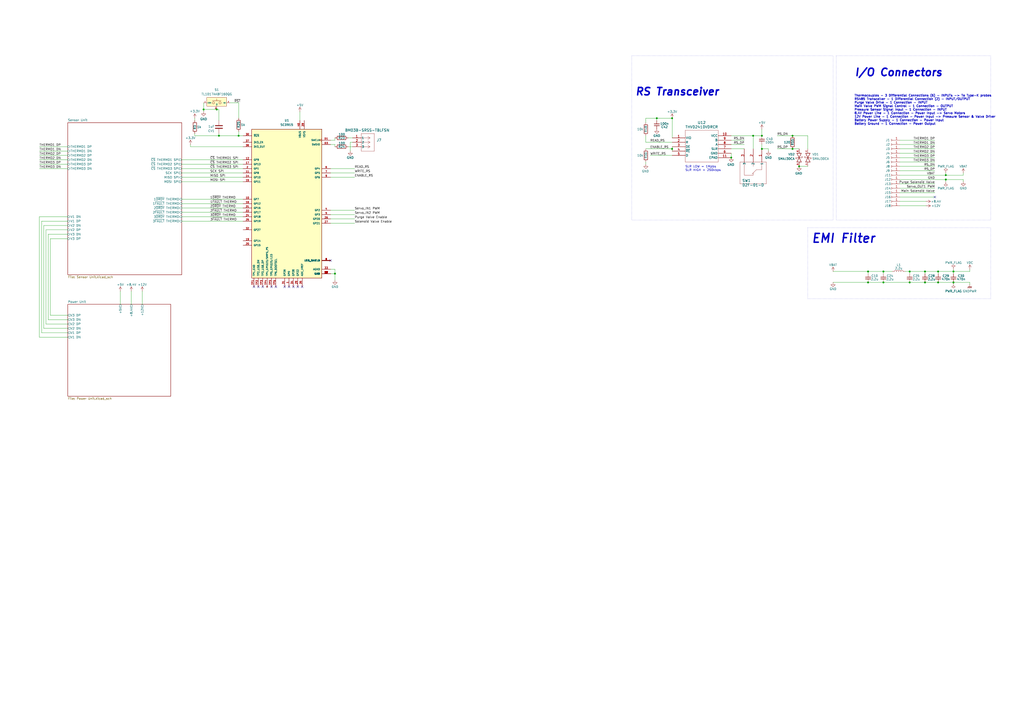
<source format=kicad_sch>
(kicad_sch (version 20250114) (generator "eeschema") (generator_version "9.0")
  (paper "A2")
  (lib_symbols
    (symbol "Connector:Conn_01x01_Socket" (pin_names (offset 1.016) (hide yes))
      (property "Reference" "J" (at 0 2.54 0))
      (property "Value" "Conn_01x01_Socket" (at 0 -2.54 0))
      (symbol "Conn_01x01_Socket_1_1"
        (polyline (pts (xy -1.27 0) (xy -0.508 0)) (stroke (width 0.1524)))
        (arc (start 0 -0.508) (mid -0.5058 0) (end 0 0.508) (stroke (width 0.1524)))
        (pin passive line (at -5.08 0 0) (length 3.81) (name "Pin_1") (number "1"))
      )
    )
    (symbol "Device:C" (pin_numbers (hide yes)) (pin_names (offset 0.254))
      (property "Reference" "C" (at 0.635 2.54 0))
      (property "Value" "C" (at 0.635 -2.54 0))
      (symbol "C_0_1"
        (polyline (pts (xy -2.032 0.762) (xy 2.032 0.762)) (stroke (width 0.508)))
        (polyline (pts (xy -2.032 -0.762) (xy 2.032 -0.762)) (stroke (width 0.508)))
      )
      (symbol "C_1_1"
        (pin passive line (at 0 3.81 270) (length 2.794) (name "~") (number "1"))
        (pin passive line (at 0 -3.81 90) (length 2.794) (name "~") (number "2"))
      )
    )
    (symbol "Device:C_Small" (pin_numbers (hide yes)) (pin_names (offset 0.254) (hide yes))
      (property "Reference" "C" (at 0.254 1.778 0))
      (property "Value" "C_Small" (at 0.254 -2.032 0))
      (symbol "C_Small_0_1"
        (polyline (pts (xy -1.524 0.508) (xy 1.524 0.508)) (stroke (width 0.3048)))
        (polyline (pts (xy -1.524 -0.508) (xy 1.524 -0.508)) (stroke (width 0.3302)))
      )
      (symbol "C_Small_1_1"
        (pin passive line (at 0 2.54 270) (length 2.032) (name "~") (number "1"))
        (pin passive line (at 0 -2.54 90) (length 2.032) (name "~") (number "2"))
      )
    )
    (symbol "Device:L" (pin_numbers (hide yes)) (pin_names (offset 1.016) (hide yes))
      (property "Reference" "L" (at -1.27 0 90))
      (property "Value" "L" (at 1.905 0 90))
      (symbol "L_0_1"
        (arc (start 0 2.54) (mid 0.6323 1.905) (end 0 1.27))
        (arc (start 0 1.27) (mid 0.6323 0.635) (end 0 0))
        (arc (start 0 0) (mid 0.6323 -0.635) (end 0 -1.27))
        (arc (start 0 -1.27) (mid 0.6323 -1.905) (end 0 -2.54))
      )
      (symbol "L_1_1"
        (pin passive line (at 0 3.81 270) (length 1.27) (name "1") (number "1"))
        (pin passive line (at 0 -3.81 90) (length 1.27) (name "2") (number "2"))
      )
    )
    (symbol "Device:R" (pin_numbers (hide yes)) (pin_names (offset 0))
      (property "Reference" "R" (at 2.032 0 90))
      (property "Value" "R" (at 0 0 90))
      (symbol "R_0_1"
        (rectangle (start -1.016 -2.54) (end 1.016 2.54) (stroke (width 0.254)))
      )
      (symbol "R_1_1"
        (pin passive line (at 0 3.81 270) (length 1.27) (name "~") (number "1"))
        (pin passive line (at 0 -3.81 90) (length 1.27) (name "~") (number "2"))
      )
    )
    (symbol "SC0915:SC0915" (pin_names (offset 1.016))
      (property "Reference" "U1" (at 0 48.26 0))
      (property "Value" "SC0915" (at 0 45.72 0))
      (symbol "SC0915_0_0"
        (rectangle (start -20.32 43.18) (end 20.32 -43.18) (stroke (width 0.254)) (fill (type background)))
        (pin input line (at -25.4 39.37 0) (length 5.08) (name "~{RUN}") (number "30"))
        (pin input line (at -25.4 35.56 0) (length 5.08) (name "3V3_EN") (number "37"))
        (pin power_in line (at -25.4 33.02 0) (length 5.08) (name "3V3_OUT") (number "36"))
        (pin bidirectional line (at -25.4 25.4 0) (length 5.08) (name "GP9") (number "12"))
        (pin bidirectional line (at -25.4 22.86 0) (length 5.08) (name "GP13") (number "17"))
        (pin bidirectional line (at -25.4 20.32 0) (length 5.08) (name "GP1") (number "2"))
        (pin bidirectional line (at -25.4 17.78 0) (length 5.08) (name "GP8") (number "11"))
        (pin bidirectional line (at -25.4 15.24 0) (length 5.08) (name "GP10") (number "14"))
        (pin bidirectional line (at -25.4 12.7 0) (length 5.08) (name "GP11") (number "15"))
        (pin bidirectional line (at -25.4 2.54 0) (length 5.08) (name "GP7") (number "10"))
        (pin bidirectional line (at -25.4 0 0) (length 5.08) (name "GP12") (number "16"))
        (pin bidirectional line (at -25.4 -2.54 0) (length 5.08) (name "GP16") (number "21"))
        (pin bidirectional line (at -25.4 -5.08 0) (length 5.08) (name "GP17") (number "22"))
        (pin bidirectional line (at -25.4 -7.62 0) (length 5.08) (name "GP18") (number "24"))
        (pin bidirectional line (at -25.4 -10.16 0) (length 5.08) (name "GP19") (number "25"))
        (pin bidirectional line (at -25.4 -15.24 0) (length 5.08) (name "GP27") (number "32"))
        (pin bidirectional line (at -25.4 -21.59 0) (length 5.08) (name "GP14") (number "19"))
        (pin bidirectional line (at -25.4 -24.13 0) (length 5.08) (name "GP15") (number "20"))
        (pin power_in line (at -19.05 -48.26 90) (length 5.08) (name "TP1_GND") (number "TP1"))
        (pin bidirectional line (at -16.51 -48.26 90) (length 5.08) (name "TP2_USB_DM") (number "TP2"))
        (pin bidirectional line (at -13.97 -48.26 90) (length 5.08) (name "TP3_USB_DP") (number "TP3"))
        (pin no_connect line (at -11.43 -48.26 90) (length 5.08) (name "TP4_GPIO23/SMPS_PS") (number "TP4"))
        (pin output line (at -8.89 -48.26 90) (length 5.08) (name "TP5_GPIO25/LED") (number "TP5"))
        (pin input line (at -6.35 -48.26 90) (length 5.08) (name "TP6_BOOTSEL") (number "TP6"))
        (pin bidirectional line (at -1.27 -48.26 90) (length 5.08) (name "GP26") (number "31"))
        (pin bidirectional line (at 1.27 -48.26 90) (length 5.08) (name "GP0") (number "1"))
        (pin bidirectional line (at 3.81 -48.26 90) (length 5.08) (name "GP28") (number "34"))
        (pin bidirectional line (at 6.35 -48.26 90) (length 5.08) (name "GP22") (number "29"))
        (pin power_in line (at 7.62 48.26 270) (length 5.08) (name "VBUS") (number "40"))
        (pin power_in line (at 8.89 -48.26 90) (length 5.08) (name "ADC_VREF") (number "35"))
        (pin power_in line (at 10.16 48.26 270) (length 5.08) (name "VSYS") (number "39"))
        (pin input clock (at 25.4 36.83 180) (length 5.08) (name "SWCLK") (number "D1"))
        (pin bidirectional line (at 25.4 34.29 180) (length 5.08) (name "SWDIO") (number "D3"))
        (pin bidirectional line (at 25.4 20.32 180) (length 5.08) (name "GP4") (number "6"))
        (pin bidirectional line (at 25.4 17.78 180) (length 5.08) (name "GP5") (number "7"))
        (pin bidirectional line (at 25.4 15.24 180) (length 5.08) (name "GP6") (number "9"))
        (pin bidirectional line (at 25.4 -3.81 180) (length 5.08) (name "GP2") (number "4"))
        (pin bidirectional line (at 25.4 -6.35 180) (length 5.08) (name "GP3") (number "5"))
        (pin bidirectional line (at 25.4 -8.89 180) (length 5.08) (name "GP20") (number "26"))
        (pin bidirectional line (at 25.4 -11.43 180) (length 5.08) (name "GP21") (number "27"))
        (pin power_in line (at 25.4 -33.02 180) (length 5.08) (name "USB_SHIELD") (number "A"))
        (pin power_in line (at 25.4 -33.02 180) (length 5.08) (name "USB_SHIELD") (number "B"))
        (pin power_in line (at 25.4 -33.02 180) (length 5.08) (name "USB_SHIELD") (number "C"))
        (pin power_in line (at 25.4 -33.02 180) (length 5.08) (name "USB_SHIELD") (number "D"))
        (pin power_in line (at 25.4 -38.1 180) (length 5.08) (name "AGND") (number "33"))
        (pin power_in line (at 25.4 -40.64 180) (length 5.08) (name "GND") (number "13"))
        (pin power_in line (at 25.4 -40.64 180) (length 5.08) (name "GND") (number "18"))
        (pin power_in line (at 25.4 -40.64 180) (length 5.08) (name "GND") (number "23"))
        (pin power_in line (at 25.4 -40.64 180) (length 5.08) (name "GND") (number "28"))
        (pin power_in line (at 25.4 -40.64 180) (length 5.08) (name "GND") (number "3"))
        (pin power_in line (at 25.4 -40.64 180) (length 5.08) (name "GND") (number "38"))
        (pin power_in line (at 25.4 -40.64 180) (length 5.08) (name "GND") (number "8"))
        (pin power_in line (at 25.4 -40.64 180) (length 5.08) (name "GND") (number "D2"))
      )
    )
    (symbol "SMAJ30CA:SMAJ30CA" (pin_names (offset 1.016))
      (property "Reference" "VD" (at 0 2.286 0))
      (property "Value" "SMAJ30CA" (at -2.794 -4.318 0))
      (symbol "SMAJ30CA_0_0"
        (polyline (pts (xy -1.27 -1.27) (xy 3.81 1.27)) (stroke (width 0.254)))
        (polyline (pts (xy 3.81 -1.27) (xy -1.27 1.27)) (stroke (width 0.254)))
        (pin passive line (at -3.81 0 0) (length 2.54) (name "~") (number "A"))
        (pin passive line (at 6.35 0 180) (length 2.54) (name "~") (number "K"))
      )
      (symbol "SMAJ30CA_0_1"
        (polyline (pts (xy -1.27 1.27) (xy -1.27 -1.27)) (stroke (width 0.254)))
        (polyline (pts (xy 0.635 -1.27) (xy 0.635 -1.905) (xy 1.27 -1.905) (xy 1.27 1.905) (xy 1.905 1.905) (xy 1.905 1.27)))
        (polyline (pts (xy 3.81 1.27) (xy 3.81 -1.27)) (stroke (width 0.254)))
      )
    )
    (symbol "SWD_Con:BM03B-SRSS-TBLFSN" (pin_names (offset 0.254))
      (property "Reference" "J" (at 8.89 6.35 0))
      (property "Value" "BM03B-SRSS-TBLFSN" (at 0 0 0))
      (symbol "BM03B-SRSS-TBLFSN_1_1"
        (polyline (pts (xy 5.08 2.54) (xy 5.08 -7.62)) (stroke (width 0.127)))
        (polyline (pts (xy 5.08 -7.62) (xy 12.7 -7.62)) (stroke (width 0.127)))
        (polyline (pts (xy 10.16 0) (xy 5.08 0)) (stroke (width 0.127)))
        (polyline (pts (xy 10.16 0) (xy 8.89 0.8467)) (stroke (width 0.127)))
        (polyline (pts (xy 10.16 0) (xy 8.89 -0.8467)) (stroke (width 0.127)))
        (polyline (pts (xy 10.16 -2.54) (xy 5.08 -2.54)) (stroke (width 0.127)))
        (polyline (pts (xy 10.16 -2.54) (xy 8.89 -1.6933)) (stroke (width 0.127)))
        (polyline (pts (xy 10.16 -2.54) (xy 8.89 -3.3867)) (stroke (width 0.127)))
        (polyline (pts (xy 10.16 -5.08) (xy 5.08 -5.08)) (stroke (width 0.127)))
        (polyline (pts (xy 10.16 -5.08) (xy 8.89 -4.2333)) (stroke (width 0.127)))
        (polyline (pts (xy 10.16 -5.08) (xy 8.89 -5.9267)) (stroke (width 0.127)))
        (polyline (pts (xy 12.7 2.54) (xy 5.08 2.54)) (stroke (width 0.127)))
        (polyline (pts (xy 12.7 -7.62) (xy 12.7 2.54)) (stroke (width 0.127)))
        (pin passive line (at 0 0 0) (length 5.08) (name "1") (number "1"))
        (pin passive line (at 0 -2.54 0) (length 5.08) (name "2") (number "2"))
        (pin passive line (at 0 -5.08 0) (length 5.08) (name "3") (number "3"))
      )
      (symbol "BM03B-SRSS-TBLFSN_1_2"
        (polyline (pts (xy 5.08 2.54) (xy 5.08 -7.62)) (stroke (width 0.127)))
        (polyline (pts (xy 5.08 -7.62) (xy 12.7 -7.62)) (stroke (width 0.127)))
        (polyline (pts (xy 7.62 0) (xy 5.08 0)) (stroke (width 0.127)))
        (polyline (pts (xy 7.62 0) (xy 8.89 0.8467)) (stroke (width 0.127)))
        (polyline (pts (xy 7.62 0) (xy 8.89 -0.8467)) (stroke (width 0.127)))
        (polyline (pts (xy 7.62 -2.54) (xy 5.08 -2.54)) (stroke (width 0.127)))
        (polyline (pts (xy 7.62 -2.54) (xy 8.89 -1.6933)) (stroke (width 0.127)))
        (polyline (pts (xy 7.62 -2.54) (xy 8.89 -3.3867)) (stroke (width 0.127)))
        (polyline (pts (xy 7.62 -5.08) (xy 5.08 -5.08)) (stroke (width 0.127)))
        (polyline (pts (xy 7.62 -5.08) (xy 8.89 -4.2333)) (stroke (width 0.127)))
        (polyline (pts (xy 7.62 -5.08) (xy 8.89 -5.9267)) (stroke (width 0.127)))
        (polyline (pts (xy 12.7 2.54) (xy 5.08 2.54)) (stroke (width 0.127)))
        (polyline (pts (xy 12.7 -7.62) (xy 12.7 2.54)) (stroke (width 0.127)))
        (pin passive line (at 0 0 0) (length 5.08) (name "1") (number "1"))
        (pin passive line (at 0 -2.54 0) (length 5.08) (name "2") (number "2"))
        (pin passive line (at 0 -5.08 0) (length 5.08) (name "3") (number "3"))
      )
    )
    (symbol "Switch_D2F-01:D2F-01-D" (pin_names (offset 0.254))
      (property "Reference" "SW" (at 15.24 7.62 0))
      (property "Value" "D2F-01-D" (at 20.32 5.08 0))
      (symbol "D2F-01-D_0_1"
        (polyline (pts (xy 7.62 2.54) (xy 7.62 -12.7)) (stroke (width 0.127)))
        (polyline (pts (xy 7.62 0) (xy 12.065 0)) (stroke (width 0.127)))
        (polyline (pts (xy 7.62 -5.08) (xy 10.16 -5.08)) (stroke (width 0.127)))
        (polyline (pts (xy 7.62 -10.16) (xy 15.24 -10.16)) (stroke (width 0.127)))
        (polyline (pts (xy 7.62 -12.7) (xy 20.32 -12.7)) (stroke (width 0.127)))
        (polyline (pts (xy 12.065 0) (xy 12.065 -3.175)) (stroke (width 0.127)))
        (polyline (pts (xy 12.065 -3.175) (xy 14.605 -5.715)) (stroke (width 0.127)))
        (polyline (pts (xy 15.24 -5.08) (xy 13.97 -5.08)) (stroke (width 0.127)))
        (polyline (pts (xy 15.24 -5.08) (xy 15.24 -10.16)) (stroke (width 0.127)))
        (polyline (pts (xy 20.32 2.54) (xy 7.62 2.54)) (stroke (width 0.127)))
        (polyline (pts (xy 20.32 -12.7) (xy 20.32 2.54)) (stroke (width 0.127)))
        (pin passive line (at 0 0 0) (length 7.62) (name "1") (number "1"))
        (pin passive line (at 0 -5.08 0) (length 7.62) (name "2") (number "2"))
        (pin passive line (at 0 -10.16 0) (length 7.62) (name "3") (number "3"))
      )
    )
    (symbol "THVD2410VDRCR:THVD2410VDRCR" (pin_names (offset 0.254))
      (property "Reference" "U" (at 5.842 10.668 0))
      (property "Value" "THVD2410VDRCR" (at 5.842 8.128 0))
      (symbol "THVD2410VDRCR_0_1"
        (polyline (pts (xy -3.81 6.985) (xy -3.81 -11.43)) (stroke (width 0.127)))
        (polyline (pts (xy -3.81 -11.43) (xy 15.24 -11.43)) (stroke (width 0.127)))
        (polyline (pts (xy 15.24 6.985) (xy -3.81 6.985)) (stroke (width 0.127)))
        (polyline (pts (xy 15.24 -11.43) (xy 15.24 6.985)) (stroke (width 0.127)))
      )
      (symbol "THVD2410VDRCR_1_1"
        (pin power_in line (at -11.43 2.54 0) (length 7.62) (name "VIO") (number "1"))
        (pin output line (at -11.43 0 0) (length 7.62) (name "R") (number "2"))
        (pin input line (at -11.43 -2.54 0) (length 7.62) (name "DE") (number "3"))
        (pin input line (at -11.43 -5.08 0) (length 7.62) (name "~{RE}") (number "4"))
        (pin input line (at -11.43 -7.62 0) (length 7.62) (name "D") (number "5"))
        (pin power_in line (at 22.86 3.81 180) (length 7.62) (name "VCC") (number "10"))
        (pin bidirectional line (at 22.86 1.27 180) (length 7.62) (name "B") (number "9"))
        (pin bidirectional line (at 22.86 -1.27 180) (length 7.62) (name "A") (number "8"))
        (pin input line (at 22.86 -3.81 180) (length 7.62) (name "SLR") (number "7"))
        (pin power_out line (at 22.86 -6.35 180) (length 7.62) (name "GND") (number "6"))
        (pin power_out line (at 22.86 -8.89 180) (length 7.62) (name "EPAD") (number "11"))
      )
    )
    (symbol "TL1017AABF160QG:TL1017AABF160QG"
      (property "Reference" "S" (at 0.762 14.732 0))
      (property "Value" "TL1017AABF160QG" (at 0.762 12.192 0))
      (symbol "TL1017AABF160QG_0_1"
        (polyline (pts (xy 6.35 5.08) (xy 11.43 5.08)))
        (circle (center 6.985 3.81) (radius 0.635))
        (polyline (pts (xy 8.89 5.08) (xy 8.89 6.35)))
        (circle (center 10.795 3.81) (radius 0.635))
      )
      (symbol "TL1017AABF160QG_1_1"
        (rectangle (start 3.175 6.985) (end 14.605 1.905) (fill (type background)))
        (pin passive line (at 1.27 3.81 0) (length 1.778) (name "COM") (number "1"))
        (pin passive line (at 8.89 0 90) (length 1.778) (name "G1") (number "G1"))
        (pin passive line (at 16.51 3.81 180) (length 1.778) (name "NO") (number "2"))
      )
    )
    (symbol "power:+24V" (power) (pin_numbers (hide yes)) (pin_names (offset 0) (hide yes))
      (property "Value" "+24V" (at 0 3.556 0))
      (symbol "+24V_0_1"
        (polyline (pts (xy -0.762 1.27) (xy 0 2.54)))
        (polyline (pts (xy 0 2.54) (xy 0.762 1.27)))
        (polyline (pts (xy 0 0) (xy 0 2.54)))
      )
      (symbol "+24V_1_1"
        (pin power_in line (at 0 0 90) (length 0) (name "~") (number "1"))
      )
    )
    (symbol "power:+3.3V" (power) (pin_numbers (hide yes)) (pin_names (offset 0) (hide yes))
      (property "Value" "+3.3V" (at 0 3.556 0))
      (symbol "+3.3V_0_1"
        (polyline (pts (xy -0.762 1.27) (xy 0 2.54)))
        (polyline (pts (xy 0 2.54) (xy 0.762 1.27)))
        (polyline (pts (xy 0 0) (xy 0 2.54)))
      )
      (symbol "+3.3V_1_1"
        (pin power_in line (at 0 0 90) (length 0) (name "~") (number "1"))
      )
    )
    (symbol "power:+5V" (power) (pin_numbers (hide yes)) (pin_names (offset 0) (hide yes))
      (property "Value" "+5V" (at 0 3.556 0))
      (symbol "+5V_0_1"
        (polyline (pts (xy -0.762 1.27) (xy 0 2.54)))
        (polyline (pts (xy 0 2.54) (xy 0.762 1.27)))
        (polyline (pts (xy 0 0) (xy 0 2.54)))
      )
      (symbol "+5V_1_1"
        (pin power_in line (at 0 0 90) (length 0) (name "~") (number "1"))
      )
    )
    (symbol "power:GND" (power) (pin_numbers (hide yes)) (pin_names (offset 0) (hide yes))
      (property "Value" "GND" (at 0 -3.81 0))
      (symbol "GND_0_1"
        (polyline (pts (xy 0 0) (xy 0 -1.27) (xy 1.27 -1.27) (xy 0 -2.54) (xy -1.27 -1.27) (xy 0 -1.27)))
      )
      (symbol "GND_1_1"
        (pin power_in line (at 0 0 270) (length 0) (name "~") (number "1"))
      )
    )
    (symbol "power:GNDPWR" (power) (pin_numbers (hide yes)) (pin_names (offset 0) (hide yes))
      (property "Value" "GNDPWR" (at 0 -3.302 0))
      (symbol "GNDPWR_0_1"
        (polyline (pts (xy -1.016 -1.27) (xy -1.27 -2.032) (xy -1.27 -2.032)) (stroke (width 0.2032)))
        (polyline (pts (xy -0.508 -1.27) (xy -0.762 -2.032) (xy -0.762 -2.032)) (stroke (width 0.2032)))
        (polyline (pts (xy 0 -1.27) (xy 0 0)))
        (polyline (pts (xy 0 -1.27) (xy -0.254 -2.032) (xy -0.254 -2.032)) (stroke (width 0.2032)))
        (polyline (pts (xy 0.508 -1.27) (xy 0.254 -2.032) (xy 0.254 -2.032)) (stroke (width 0.2032)))
        (polyline (pts (xy 1.016 -1.27) (xy -1.016 -1.27) (xy -1.016 -1.27)) (stroke (width 0.2032)))
        (polyline (pts (xy 1.016 -1.27) (xy 0.762 -2.032) (xy 0.762 -2.032) (xy 0.762 -2.032)) (stroke (width 0.2032)))
      )
      (symbol "GNDPWR_1_1"
        (pin power_in line (at 0 0 270) (length 0) (name "~") (number "1"))
      )
    )
    (symbol "power:PWR_FLAG" (power) (pin_numbers (hide yes)) (pin_names (offset 0) (hide yes))
      (property "Value" "PWR_FLAG" (at 0 3.81 0))
      (symbol "PWR_FLAG_0_0"
        (pin power_out line (at 0 0 90) (length 0) (name "~") (number "1"))
      )
      (symbol "PWR_FLAG_0_1"
        (polyline (pts (xy 0 0) (xy 0 1.27) (xy -1.016 1.905) (xy 0 2.54) (xy 1.016 1.905) (xy 0 1.27)))
      )
    )
    (symbol "power:VBUS" (power) (pin_numbers (hide yes)) (pin_names (offset 0) (hide yes))
      (property "Value" "VBUS" (at 0 3.556 0))
      (symbol "VBUS_0_1"
        (polyline (pts (xy -0.762 1.27) (xy 0 2.54)))
        (polyline (pts (xy 0 2.54) (xy 0.762 1.27)))
        (polyline (pts (xy 0 0) (xy 0 2.54)))
      )
      (symbol "VBUS_1_1"
        (pin power_in line (at 0 0 90) (length 0) (name "~") (number "1"))
      )
    )
  )
  (rectangle (start 468.63 132.08) (end 574.675 173.355) (stroke (width 0) (type dot)))
  (rectangle (start 366.395 32.385) (end 483.235 127.635) (stroke (width 0) (type dot)))
  (rectangle (start 485.14 32.385) (end 574.675 127.635) (stroke (width 0) (type dot)))
  (text "SLR LOW = 1Mpbs\nSLR HIGH = 250kbps\n" (at 397.51 97.79 0) (effects (font (size 1.27 1.27)) (justify left)))
  (text "EMI Filter" (at 470.535 138.43 0) (effects (font (size 5.08 5.08) (thickness 0.8636) (bold yes) (italic yes)) (justify left)))
  (text "Thermocouples - 3 Differential Connections (6) - INPUTs -> To Type-K probes\nRS485 Transceiver - 1 Differential Connection (2) - INPUT/OUTPUT \nPurge Valve Drive - 1 Connection - INPUT\nMain Valve PWM Signal Control - 1 Connection - OUTPUT\nPressure Sensor Signal Input - 1 Connection - INPUT\n8.4V Power Line - 1 Connection - Power Input -> Servo Motors\n12V Power Line - 1 Connection - Power Input -> Pressure Sensor & Valve Driver\nBattery Power Supply - 1 Connection - Power Input\nBattery Ground - 1 Connection - Power Output" (at 495.554 63.754 0) (effects (font (size 1.27 1.27) (thickness 0.254) (bold yes)) (justify left)))
  (text "I/O Connectors" (at 495.554 42.164 0) (effects (font (size 4.318 4.318) (thickness 0.8636) (bold yes) (italic yes)) (justify left)))
  (text "RS Transceiver" (at 368.3 53.34 0) (effects (font (size 4.318 4.318) (thickness 0.8636) (bold yes) (italic yes)) (justify left)))
  (junction (at 512.445 157.48))
  (junction (at 544.195 163.83))
  (junction (at 527.685 163.83))
  (junction (at 441.96 78.74))
  (junction (at 459.74 86.36))
  (junction (at 381 68.58))
  (junction (at 389.89 86.36))
  (junction (at 127 78.74))
  (junction (at 441.96 86.36))
  (junction (at 463.55 96.52))
  (junction (at 536.575 157.48))
  (junction (at 194.31 158.75))
  (junction (at 548.64 101.6))
  (junction (at 512.445 163.83))
  (junction (at 138.43 78.74))
  (junction (at 459.74 78.74))
  (junction (at 544.195 157.48))
  (junction (at 527.685 157.48))
  (junction (at 125.73 63.5))
  (junction (at 424.18 91.44))
  (junction (at 503.555 163.83))
  (junction (at 389.89 68.58))
  (junction (at 553.085 163.83))
  (junction (at 536.575 163.83))
  (junction (at 436.88 78.74))
  (junction (at 548.64 104.14))
  (junction (at 553.085 157.48))
  (junction (at 118.11 63.5))
  (junction (at 503.555 157.48))
  (no_connect (at 160.02 166.37))
  (no_connect (at 149.86 166.37))
  (no_connect (at 172.72 166.37))
  (no_connect (at 167.64 166.37))
  (no_connect (at 170.18 166.37))
  (no_connect (at 165.1 166.37))
  (no_connect (at 175.26 166.37))
  (no_connect (at 191.77 151.13))
  (no_connect (at 542.29 114.3))
  (no_connect (at 152.4 166.37))
  (no_connect (at 147.32 166.37))
  (no_connect (at 157.48 166.37))
  (wire (pts (xy 22.86 95.25) (xy 39.37 95.25)))
  (wire (pts (xy 459.74 78.74) (xy 468.63 78.74)))
  (wire (pts (xy 22.86 125.73) (xy 39.37 125.73)))
  (wire (pts (xy 204.47 80.01) (xy 201.93 80.01)))
  (wire (pts (xy 22.86 195.58) (xy 22.86 125.73)))
  (wire (pts (xy 22.86 87.63) (xy 39.37 87.63)))
  (wire (pts (xy 558.8 100.33) (xy 558.8 101.6)))
  (wire (pts (xy 39.37 195.58) (xy 22.86 195.58)))
  (wire (pts (xy 381 68.58) (xy 381 69.85)))
  (wire (pts (xy 22.86 85.09) (xy 39.37 85.09)))
  (wire (pts (xy 191.77 97.79) (xy 205.74 97.79)))
  (wire (pts (xy 424.18 81.28) (xy 431.8 81.28)))
  (wire (pts (xy 194.31 85.09) (xy 194.31 83.82)))
  (wire (pts (xy 389.89 86.36) (xy 389.89 87.63)))
  (wire (pts (xy 127 63.5) (xy 127 69.85)))
  (wire (pts (xy 521.97 104.14) (xy 548.64 104.14)))
  (wire (pts (xy 468.63 78.74) (xy 468.63 86.36)))
  (wire (pts (xy 377.19 90.17) (xy 389.89 90.17)))
  (wire (pts (xy 194.31 156.21) (xy 194.31 158.75)))
  (wire (pts (xy 450.85 86.36) (xy 459.74 86.36)))
  (wire (pts (xy 553.085 156.21) (xy 553.085 157.48)))
  (wire (pts (xy 374.65 86.36) (xy 389.89 86.36)))
  (wire (pts (xy 521.97 109.22) (xy 542.29 109.22)))
  (wire (pts (xy 191.77 127) (xy 205.74 127)))
  (wire (pts (xy 29.21 182.88) (xy 39.37 182.88)))
  (wire (pts (xy 527.685 157.48) (xy 527.685 158.75)))
  (wire (pts (xy 24.13 193.04) (xy 24.13 128.27)))
  (wire (pts (xy 113.03 68.58) (xy 113.03 69.85)))
  (wire (pts (xy 542.29 86.36) (xy 521.97 86.36)))
  (wire (pts (xy 512.445 157.48) (xy 512.445 158.75)))
  (wire (pts (xy 25.4 190.5) (xy 25.4 130.81)))
  (wire (pts (xy 173.99 64.77) (xy 173.99 69.85)))
  (wire (pts (xy 389.89 85.09) (xy 389.89 86.36)))
  (wire (pts (xy 27.94 135.89) (xy 39.37 135.89)))
  (wire (pts (xy 553.085 163.83) (xy 553.085 164.465)))
  (wire (pts (xy 105.41 118.11) (xy 140.97 118.11)))
  (wire (pts (xy 536.575 157.48) (xy 544.195 157.48)))
  (wire (pts (xy 374.65 82.55) (xy 389.89 82.55)))
  (wire (pts (xy 542.29 81.28) (xy 521.97 81.28)))
  (wire (pts (xy 483.235 163.83) (xy 503.555 163.83)))
  (wire (pts (xy 542.29 88.9) (xy 521.97 88.9)))
  (wire (pts (xy 105.41 97.79) (xy 140.97 97.79)))
  (wire (pts (xy 127 78.74) (xy 113.03 78.74)))
  (wire (pts (xy 527.685 163.83) (xy 536.575 163.83)))
  (wire (pts (xy 503.555 157.48) (xy 512.445 157.48)))
  (wire (pts (xy 445.77 86.36) (xy 445.77 87.63)))
  (wire (pts (xy 105.41 95.25) (xy 140.97 95.25)))
  (wire (pts (xy 140.97 85.09) (xy 110.49 85.09)))
  (wire (pts (xy 544.195 157.48) (xy 553.085 157.48)))
  (wire (pts (xy 105.41 92.71) (xy 140.97 92.71)))
  (wire (pts (xy 381 68.58) (xy 389.89 68.58)))
  (wire (pts (xy 39.37 190.5) (xy 25.4 190.5)))
  (wire (pts (xy 483.235 157.48) (xy 503.555 157.48)))
  (wire (pts (xy 441.96 83.82) (xy 441.96 86.36)))
  (wire (pts (xy 544.195 163.83) (xy 553.085 163.83)))
  (wire (pts (xy 105.41 128.27) (xy 140.97 128.27)))
  (wire (pts (xy 205.74 102.87) (xy 191.77 102.87)))
  (wire (pts (xy 463.55 96.52) (xy 468.63 96.52)))
  (wire (pts (xy 105.41 105.41) (xy 140.97 105.41)))
  (wire (pts (xy 125.73 63.5) (xy 118.11 63.5)))
  (wire (pts (xy 536.575 157.48) (xy 536.575 158.75)))
  (wire (pts (xy 441.96 74.93) (xy 441.96 78.74)))
  (wire (pts (xy 29.21 138.43) (xy 29.21 182.88)))
  (wire (pts (xy 548.64 101.6) (xy 558.8 101.6)))
  (wire (pts (xy 204.47 82.55) (xy 203.2 82.55)))
  (wire (pts (xy 138.43 59.69) (xy 138.43 68.58)))
  (wire (pts (xy 204.47 85.09) (xy 201.93 85.09)))
  (wire (pts (xy 105.41 123.19) (xy 140.97 123.19)))
  (wire (pts (xy 26.67 187.96) (xy 26.67 133.35)))
  (wire (pts (xy 22.86 92.71) (xy 39.37 92.71)))
  (wire (pts (xy 138.43 78.74) (xy 140.97 78.74)))
  (wire (pts (xy 110.49 83.82) (xy 110.49 85.09)))
  (wire (pts (xy 105.41 120.65) (xy 140.97 120.65)))
  (wire (pts (xy 512.445 157.48) (xy 517.525 157.48)))
  (wire (pts (xy 194.31 83.82) (xy 191.77 83.82)))
  (wire (pts (xy 436.88 78.74) (xy 441.96 78.74)))
  (wire (pts (xy 105.41 125.73) (xy 140.97 125.73)))
  (wire (pts (xy 459.74 86.36) (xy 463.55 86.36)))
  (wire (pts (xy 536.575 163.83) (xy 544.195 163.83)))
  (wire (pts (xy 194.31 81.28) (xy 194.31 80.01)))
  (wire (pts (xy 424.18 88.9) (xy 424.18 91.44)))
  (wire (pts (xy 544.195 157.48) (xy 544.195 158.75)))
  (wire (pts (xy 191.77 129.54) (xy 205.74 129.54)))
  (wire (pts (xy 424.18 78.74) (xy 436.88 78.74)))
  (wire (pts (xy 548.64 100.33) (xy 548.64 101.6)))
  (wire (pts (xy 118.11 59.69) (xy 118.11 63.5)))
  (wire (pts (xy 27.94 185.42) (xy 27.94 135.89)))
  (wire (pts (xy 105.41 102.87) (xy 140.97 102.87)))
  (wire (pts (xy 39.37 187.96) (xy 26.67 187.96)))
  (wire (pts (xy 374.65 93.98) (xy 374.65 95.25)))
  (wire (pts (xy 450.85 78.74) (xy 459.74 78.74)))
  (wire (pts (xy 39.37 185.42) (xy 27.94 185.42)))
  (wire (pts (xy 553.085 157.48) (xy 562.61 157.48)))
  (wire (pts (xy 503.555 157.48) (xy 503.555 158.75)))
  (wire (pts (xy 436.88 78.74) (xy 436.88 86.36)))
  (wire (pts (xy 138.43 76.2) (xy 138.43 78.74)))
  (wire (pts (xy 424.18 86.36) (xy 431.8 86.36)))
  (wire (pts (xy 26.67 133.35) (xy 39.37 133.35)))
  (wire (pts (xy 82.55 168.91) (xy 82.55 176.53)))
  (wire (pts (xy 133.35 59.69) (xy 138.43 59.69)))
  (wire (pts (xy 521.97 114.3) (xy 542.29 114.3)))
  (wire (pts (xy 521.97 119.38) (xy 537.21 119.38)))
  (wire (pts (xy 203.2 82.55) (xy 203.2 87.63)))
  (wire (pts (xy 113.03 78.74) (xy 113.03 77.47)))
  (wire (pts (xy 521.97 101.6) (xy 548.64 101.6)))
  (wire (pts (xy 105.41 100.33) (xy 140.97 100.33)))
  (wire (pts (xy 374.65 78.74) (xy 374.65 82.55)))
  (wire (pts (xy 191.77 100.33) (xy 205.74 100.33)))
  (wire (pts (xy 553.085 163.83) (xy 562.61 163.83)))
  (wire (pts (xy 118.11 63.5) (xy 118.11 64.77)))
  (wire (pts (xy 127 63.5) (xy 125.73 63.5)))
  (wire (pts (xy 525.145 157.48) (xy 527.685 157.48)))
  (wire (pts (xy 424.18 83.82) (xy 431.8 83.82)))
  (wire (pts (xy 191.77 121.92) (xy 205.74 121.92)))
  (wire (pts (xy 562.61 156.21) (xy 562.61 157.48)))
  (wire (pts (xy 512.445 163.83) (xy 527.685 163.83)))
  (wire (pts (xy 374.65 68.58) (xy 374.65 71.12)))
  (wire (pts (xy 548.64 104.14) (xy 548.64 105.41)))
  (wire (pts (xy 127 78.74) (xy 127 77.47)))
  (wire (pts (xy 553.085 157.48) (xy 553.085 158.75)))
  (wire (pts (xy 191.77 158.75) (xy 194.31 158.75)))
  (wire (pts (xy 562.61 163.83) (xy 562.61 165.1)))
  (wire (pts (xy 521.97 116.84) (xy 537.21 116.84)))
  (wire (pts (xy 39.37 193.04) (xy 24.13 193.04)))
  (wire (pts (xy 22.86 90.17) (xy 39.37 90.17)))
  (wire (pts (xy 194.31 81.28) (xy 191.77 81.28)))
  (wire (pts (xy 542.29 93.98) (xy 521.97 93.98)))
  (wire (pts (xy 521.97 99.06) (xy 542.29 99.06)))
  (wire (pts (xy 521.97 96.52) (xy 542.29 96.52)))
  (wire (pts (xy 191.77 124.46) (xy 205.74 124.46)))
  (wire (pts (xy 105.41 115.57) (xy 140.97 115.57)))
  (wire (pts (xy 527.685 157.48) (xy 536.575 157.48)))
  (wire (pts (xy 521.97 106.68) (xy 542.29 106.68)))
  (wire (pts (xy 441.96 86.36) (xy 445.77 86.36)))
  (wire (pts (xy 194.31 158.75) (xy 194.31 162.56)))
  (wire (pts (xy 389.89 68.58) (xy 389.89 80.01)))
  (wire (pts (xy 127 78.74) (xy 138.43 78.74)))
  (wire (pts (xy 548.64 104.14) (xy 558.8 104.14)))
  (wire (pts (xy 69.85 168.91) (xy 69.85 176.53)))
  (wire (pts (xy 521.97 91.44) (xy 542.29 91.44)))
  (wire (pts (xy 25.4 130.81) (xy 39.37 130.81)))
  (wire (pts (xy 558.8 104.14) (xy 558.8 105.41)))
  (wire (pts (xy 24.13 128.27) (xy 39.37 128.27)))
  (wire (pts (xy 503.555 163.83) (xy 512.445 163.83)))
  (wire (pts (xy 39.37 138.43) (xy 29.21 138.43)))
  (wire (pts (xy 191.77 156.21) (xy 194.31 156.21)))
  (wire (pts (xy 542.29 83.82) (xy 521.97 83.82)))
  (wire (pts (xy 76.2 168.91) (xy 76.2 176.53)))
  (wire (pts (xy 374.65 68.58) (xy 381 68.58)))
  (wire (pts (xy 521.97 111.76) (xy 542.29 111.76)))
  (wire (pts (xy 22.86 97.79) (xy 39.37 97.79)))
  (label "RS_DP" (at 450.85 86.36 0))
  (label "THERMO3 DP" (at 542.29 91.44 180))
  (label "SCK SPI" (at 121.92 100.33 0))
  (label "MISO SPI" (at 121.92 102.87 0))
  (label "Main Solenoid Valve" (at 542.29 111.76 180))
  (label "READ_RS" (at 205.74 97.79 0))
  (label "ENABLE_RS" (at 205.74 102.87 0))
  (label "2~{DRDY} THERMO" (at 121.92 120.65 0))
  (label "3~{FAULT} THERMO" (at 121.92 128.27 0))
  (label "3~{DRDY} THERMO" (at 121.92 125.73 0))
  (label "RS_DN" (at 450.85 78.74 0))
  (label "THERMO2 DN" (at 22.86 92.71 0))
  (label "~{CS} THERMO1 SPI" (at 121.92 92.71 0))
  (label "THERMO1 DN" (at 22.86 87.63 0))
  (label "~{RST}" (at 135.89 59.69 0))
  (label "RS_DN" (at 431.8 81.28 180))
  (label "2~{FAULT} THERMO" (at 121.92 123.19 0))
  (label "Purge Valve Enable" (at 205.74 127 0))
  (label "~{CS} THERMO3 SPI" (at 121.92 97.79 0))
  (label "GND" (at 542.29 104.14 180))
  (label "THERMO2 DP" (at 542.29 86.36 180))
  (label "WRITE_RS" (at 205.74 100.33 0))
  (label "RS_DN" (at 542.29 96.52 180))
  (label "MOSI SPI" (at 121.92 105.41 0))
  (label "THERMO3 DN" (at 542.29 93.98 180))
  (label "ENABLE_RS" (at 377.19 86.36 0))
  (label "1~{FAULT} THERMO" (at 121.92 118.11 0))
  (label "Servo_IN2 PWM" (at 205.74 124.46 0))
  (label "Servo_IN1 PWM" (at 205.74 121.92 0))
  (label "RS_DP" (at 542.29 99.06 180))
  (label "RS_DP" (at 431.8 83.82 180))
  (label "Solenoid Valve Enable" (at 205.74 129.54 0))
  (label "READ_RS" (at 377.19 82.55 0))
  (label "THERMO2 DN" (at 542.29 88.9 180))
  (label "VBAT" (at 542.29 101.6 180))
  (label "THERMO3 DN" (at 22.86 97.79 0))
  (label "THERMO1 DP" (at 542.29 81.28 180))
  (label "THERMO1 DN" (at 542.29 83.82 180))
  (label "1~{DRDY} THERMO" (at 121.92 115.57 0))
  (label "Servo_OUT1 PWM" (at 542.29 109.22 180))
  (label "~{CS} THERMO2 SPI" (at 121.92 95.25 0))
  (label "Purge Solenoid Valve" (at 542.29 106.68 180))
  (label "WRITE_RS" (at 377.19 90.17 0))
  (label "THERMO1 DP" (at 22.86 85.09 0))
  (label "THERMO2 DP" (at 22.86 90.17 0))
  (label "THERMO3 DP" (at 22.86 95.25 0))
  (symbol (lib_id "power:+3.3V") (at 113.03 68.58 0) (unit 1)
    (property "Reference" "#PWR0135" (effects (hide yes)))
    (property "Value" "+3.3V" (at 113.03 64.516 0))
    (property "Description" "Power symbol creates a global label with name \"+3.3V\"" (effects (hide yes)))
  )
  (symbol (lib_id "Device:R") (at 198.12 85.09 270) (unit 1)
    (property "Reference" "R24" (at 196.215 85.09 90) (effects (justify left)))
    (property "Value" "100" (at 196.342 83.058 90) (effects (justify left)))
    (property "Footprint" "Resistor-0402:RES_0402" (effects (hide yes)))
    (property "Description" "Resistor" (effects (hide yes)))
  )
  (symbol (lib_id "power:PWR_FLAG") (at 553.085 164.465 180) (unit 1)
    (property "Reference" "#FLG08" (effects (hide yes)))
    (property "Value" "PWR_FLAG" (at 553.085 168.91 0))
    (property "Description" "Special symbol for telling ERC where power comes from" (effects (hide yes)))
  )
  (symbol (lib_id "power:+3.3V") (at 69.85 168.91 0) (unit 1)
    (property "Reference" "#PWR0114" (effects (hide yes)))
    (property "Value" "+5V" (at 69.85 165.1 0))
    (property "Description" "Power symbol creates a global label with name \"+3.3V\"" (effects (hide yes)))
  )
  (symbol (lib_id "Device:C_Small") (at 503.555 161.29 0) (unit 1)
    (property "Reference" "C10" (at 507.365 160.02 0))
    (property "Value" "2.2u" (at 507.365 161.925 0))
    (property "Footprint" "Capacitor-1206:Capacitor_1206" (effects (hide yes)))
    (property "Description" "Unpolarized capacitor, small symbol" (effects (hide yes)))
  )
  (symbol (lib_id "Device:C_Small") (at 544.195 161.29 0) (unit 1)
    (property "Reference" "C29" (at 548.64 160.02 0))
    (property "Value" "470n" (at 548.64 161.925 0))
    (property "Footprint" "Capacitor-1206:Capacitor_1206" (effects (hide yes)))
    (property "Description" "Unpolarized capacitor, small symbol" (effects (hide yes)))
  )
  (symbol (lib_id "Device:R") (at 459.74 82.55 0) (unit 1)
    (property "Reference" "R55" (at 459.74 84.455 90) (effects (justify left)))
    (property "Value" "120" (at 454.66 82.55 0) (effects (justify left)))
    (property "Footprint" "Resistor-0603:RES_0603" (effects (hide yes)))
    (property "Description" "Resistor" (effects (hide yes)))
  )
  (symbol (lib_id "power:+5V") (at 441.96 74.93 0) (unit 1)
    (property "Reference" "#PWR032" (effects (hide yes)))
    (property "Value" "+5V" (at 441.96 71.12 0))
    (property "Description" "Power symbol creates a global label with name \"+5V\"" (effects (hide yes)))
  )
  (symbol (lib_id "power:PWR_FLAG") (at 548.64 105.41 180) (unit 1)
    (property "Reference" "#FLG03" (effects (hide yes)))
    (property "Value" "PWR_FLAG" (at 548.64 109.22 0))
    (property "Description" "Special symbol for telling ERC where power comes from" (effects (hide yes)))
  )
  (symbol (lib_id "power:GND") (at 463.55 96.52 0) (unit 1)
    (property "Reference" "#PWR038" (effects (hide yes)))
    (property "Value" "GND" (at 463.296 100.584 0))
    (property "Description" "Power symbol creates a global label with name \"GND\" , ground" (effects (hide yes)))
  )
  (symbol (lib_id "power:GND") (at 424.18 91.44 0) (unit 1)
    (property "Reference" "#PWR031" (effects (hide yes)))
    (property "Value" "GND" (at 423.926 95.504 0))
    (property "Description" "Power symbol creates a global label with name \"GND\" , ground" (effects (hide yes)))
  )
  (symbol (lib_id "power:PWR_FLAG") (at 548.64 100.33 0) (unit 1)
    (property "Reference" "#FLG01" (effects (hide yes)))
    (property "Value" "PWR_FLAG" (at 548.64 96.52 0))
    (property "Description" "Special symbol for telling ERC where power comes from" (effects (hide yes)))
  )
  (symbol (lib_id "power:+3.3V") (at 173.99 64.77 0) (unit 1)
    (property "Reference" "#PWR0112" (effects (hide yes)))
    (property "Value" "+5V" (at 173.99 60.96 0))
    (property "Description" "Power symbol creates a global label with name \"+3.3V\"" (effects (hide yes)))
  )
  (symbol (lib_id "Device:R") (at 198.12 80.01 270) (unit 1)
    (property "Reference" "R23" (at 196.215 80.01 90) (effects (justify left)))
    (property "Value" "100" (at 196.342 77.978 90) (effects (justify left)))
    (property "Footprint" "Resistor-0402:RES_0402" (effects (hide yes)))
    (property "Description" "Resistor" (effects (hide yes)))
  )
  (symbol (lib_id "Connector:Conn_01x01_Socket") (at 516.89 119.38 180) (unit 1)
    (property "Reference" "J18" (at 514.985 119.38 0))
    (property "Value" "Conn_01x01_Socket" (effects (hide yes)))
    (property "Footprint" "Pico_Conn1x1:Pico_01pin" (effects (hide yes)))
    (property "Description" "Generic connector, single row, 01x01, script generated" (effects (hide yes)))
  )
  (symbol (lib_id "power:GND") (at 118.11 64.77 0) (unit 1)
    (property "Reference" "#PWR0136" (effects (hide yes)))
    (property "Value" "GND" (at 118.11 69.088 0))
    (property "Description" "Power symbol creates a global label with name \"GND\" , ground" (effects (hide yes)))
  )
  (symbol (lib_id "Connector:Conn_01x01_Socket") (at 516.89 91.44 180) (unit 1)
    (property "Reference" "J5" (at 514.985 91.44 0))
    (property "Value" "Conn_01x01_Socket" (effects (hide yes)))
    (property "Footprint" "Pico_Conn1x1:Pico_01pin" (effects (hide yes)))
    (property "Description" "Generic connector, single row, 01x01, script generated" (effects (hide yes)))
  )
  (symbol (lib_id "Connector:Conn_01x01_Socket") (at 516.89 109.22 180) (unit 1)
    (property "Reference" "J14" (at 514.985 109.22 0))
    (property "Value" "Conn_01x01_Socket" (effects (hide yes)))
    (property "Footprint" "Pico_Conn1x1:Pico_01pin" (effects (hide yes)))
    (property "Description" "Generic connector, single row, 01x01, script generated" (effects (hide yes)))
  )
  (symbol (lib_id "power:+24V") (at 537.21 116.84 270) (unit 1)
    (property "Reference" "#PWR072" (effects (hide yes)))
    (property "Value" "+8.4V" (at 542.925 116.84 90))
    (property "Description" "Power symbol creates a global label with name \"+24V\"" (effects (hide yes)))
  )
  (symbol (lib_id "power:VBUS") (at 558.8 100.33 0) (unit 1)
    (property "Reference" "#PWR0125" (effects (hide yes)))
    (property "Value" "VBAT" (at 558.8 96.52 0))
    (property "Description" "Power symbol creates a global label with name \"VBUS\"" (effects (hide yes)))
  )
  (symbol (lib_id "power:+24V") (at 537.21 119.38 270) (unit 1)
    (property "Reference" "#PWR0111" (effects (hide yes)))
    (property "Value" "+12V" (at 542.925 119.38 90))
    (property "Description" "Power symbol creates a global label with name \"+24V\"" (effects (hide yes)))
  )
  (symbol (lib_id "power:+3.3V") (at 76.2 168.91 0) (unit 1)
    (property "Reference" "#PWR0116" (effects (hide yes)))
    (property "Value" "+8.4V" (at 76.2 165.1 0))
    (property "Description" "Power symbol creates a global label with name \"+3.3V\"" (effects (hide yes)))
  )
  (symbol (lib_id "Device:C_Small") (at 512.445 161.29 0) (unit 1)
    (property "Reference" "C24" (at 516.255 160.02 0))
    (property "Value" "2.2u" (at 516.255 161.925 0))
    (property "Footprint" "Capacitor-1206:Capacitor_1206" (effects (hide yes)))
    (property "Description" "Unpolarized capacitor, small symbol" (effects (hide yes)))
  )
  (symbol (lib_id "power:GND") (at 194.31 162.56 0) (mirror y) (unit 1)
    (property "Reference" "#PWR0141" (effects (hide yes)))
    (property "Value" "GND" (at 194.31 166.37 0))
    (property "Description" "Power symbol creates a global label with name \"GND\" , ground" (effects (hide yes)))
  )
  (symbol (lib_id "Connector:Conn_01x01_Socket") (at 516.89 114.3 180) (unit 1)
    (property "Reference" "J16" (at 514.985 114.3 0))
    (property "Value" "Conn_01x01_Socket" (effects (hide yes)))
    (property "Footprint" "Pico_Conn1x1:Pico_01pin" (effects (hide yes)))
    (property "Description" "Generic connector, single row, 01x01, script generated" (effects (hide yes)))
  )
  (symbol (lib_id "Device:C_Small") (at 553.085 161.29 0) (unit 1)
    (property "Reference" "C30" (at 557.53 160.02 0))
    (property "Value" "470n" (at 557.53 161.925 0))
    (property "Footprint" "Capacitor-1206:Capacitor_1206" (effects (hide yes)))
    (property "Description" "Unpolarized capacitor, small symbol" (effects (hide yes)))
  )
  (symbol (lib_id "power:VBUS") (at 562.61 156.21 0) (unit 1)
    (property "Reference" "#PWR059" (effects (hide yes)))
    (property "Value" "VDC" (at 562.61 152.4 0))
    (property "Description" "Power symbol creates a global label with name \"VBUS\"" (effects (hide yes)))
  )
  (symbol (lib_id "Connector:Conn_01x01_Socket") (at 516.89 101.6 180) (unit 1)
    (property "Reference" "J11" (at 514.985 101.6 0))
    (property "Value" "Conn_01x01_Socket" (effects (hide yes)))
    (property "Footprint" "Pico_Conn1x1:Pico_01pin" (effects (hide yes)))
    (property "Description" "Generic connector, single row, 01x01, script generated" (effects (hide yes)))
  )
  (symbol (lib_id "power:GND") (at 445.77 87.63 0) (unit 1)
    (property "Reference" "#PWR033" (effects (hide yes)))
    (property "Value" "GND" (at 445.77 91.44 0))
    (property "Description" "Power symbol creates a global label with name \"GND\" , ground" (effects (hide yes)))
  )
  (symbol (lib_id "power:GND") (at 483.235 163.83 0) (unit 1)
    (property "Reference" "#PWR0128" (effects (hide yes)))
    (property "Value" "GND" (at 483.235 167.64 0))
    (property "Description" "Power symbol creates a global label with name \"GND\" , ground" (effects (hide yes)))
  )
  (symbol (lib_id "THVD2410VDRCR:THVD2410VDRCR") (at 401.32 82.55 0) (unit 1)
    (property "Reference" "U12" (at 407.035 71.12 0) (effects (font (size 1.524 1.524))))
    (property "Value" "THVD2410VDRCR" (at 407.035 73.66 0) (effects (font (size 1.524 1.524))))
    (property "Footprint" "VSON10_DRC_TEX" (effects (hide yes)))
    (property "Datasheet" "THVD2410VDRCR" (effects (hide yes)))
  )
  (symbol (lib_id "Device:R") (at 374.65 74.93 0) (unit 1)
    (property "Reference" "R48" (at 374.65 76.835 90) (effects (justify left)))
    (property "Value" "10k" (at 369.57 74.93 0) (effects (justify left)))
    (property "Footprint" "Resistor-0402:RES_0402" (effects (hide yes)))
    (property "Description" "Resistor" (effects (hide yes)))
  )
  (symbol (lib_id "Device:R") (at 374.65 90.17 0) (unit 1)
    (property "Reference" "R30" (at 374.65 92.075 90) (effects (justify left)))
    (property "Value" "10k" (at 369.57 90.17 0) (effects (justify left)))
    (property "Footprint" "Resistor-0402:RES_0402" (effects (hide yes)))
    (property "Description" "Resistor" (effects (hide yes)))
  )
  (symbol (lib_id "Connector:Conn_01x01_Socket") (at 516.89 93.98 180) (unit 1)
    (property "Reference" "J6" (at 514.985 93.98 0))
    (property "Value" "Conn_01x01_Socket" (effects (hide yes)))
    (property "Footprint" "Pico_Conn1x1:Pico_01pin" (effects (hide yes)))
    (property "Description" "Generic connector, single row, 01x01, script generated" (effects (hide yes)))
  )
  (symbol (lib_id "Connector:Conn_01x01_Socket") (at 516.89 86.36 180) (unit 1)
    (property "Reference" "J3" (at 514.985 86.36 0))
    (property "Value" "Conn_01x01_Socket" (effects (hide yes)))
    (property "Footprint" "Pico_Conn1x1:Pico_01pin" (effects (hide yes)))
    (property "Description" "Generic connector, single row, 01x01, script generated" (effects (hide yes)))
  )
  (symbol (lib_id "power:VBUS") (at 483.235 157.48 0) (unit 1)
    (property "Reference" "#PWR058" (effects (hide yes)))
    (property "Value" "VBAT" (at 483.235 153.67 0))
    (property "Description" "Power symbol creates a global label with name \"VBUS\"" (effects (hide yes)))
  )
  (symbol (lib_id "TL1017AABF160QG:TL1017AABF160QG") (at 116.84 63.5 0) (unit 1)
    (property "Reference" "S1" (at 125.73 52.07 0))
    (property "Value" "TL1017AABF160QG" (at 125.73 54.61 0))
    (property "Footprint" "E-Switch_Small:TL1017AABF160QG" (effects (hide yes)))
    (property "Datasheet" "https://configured-product-images.s3.amazonaws.com/2D/specs/TL1017AABF160QG.pdf" (effects (hide yes)))
    (property "Description" "TACT, Surface Mount" (effects (hide yes)))
    (property "Height" "1.7" (effects (hide yes)))
    (property "Mouser Part Number" "612-TL1017AABF160QG" (effects (hide yes)))
    (property "Mouser Price/Stock" "https://www.mouser.co.uk/ProductDetail/E-Switch/TL1017AABF160QG?qs=9vOqFld9vZWEDSBQD0ZM5A%3D%3D" (effects (hide yes)))
    (property "Manufacturer_Name" "E-Switch" (effects (hide yes)))
    (property "Manufacturer_Part_Number" "TL1017AABF160QG" (effects (hide yes)))
  )
  (symbol (lib_id "Device:L") (at 521.335 157.48 90) (unit 1)
    (property "Reference" "L1" (at 521.335 153.67 90))
    (property "Value" "2.2u" (at 521.335 155.575 90))
    (property "Footprint" "Inductor-2.2uH_SPM10065VT:IND_SPM10065VT-2R2M-D" (effects (hide yes)))
    (property "Description" "Inductor" (effects (hide yes)))
  )
  (symbol (lib_id "power:GND") (at 381 74.93 0) (unit 1)
    (property "Reference" "#PWR035" (effects (hide yes)))
    (property "Value" "GND" (at 381 78.74 0))
    (property "Description" "Power symbol creates a global label with name \"GND\" , ground" (effects (hide yes)))
  )
  (symbol (lib_id "SMAJ30CA:SMAJ30CA") (at 468.63 92.71 90) (unit 1)
    (property "Reference" "VD1" (at 471.17 89.535 90) (effects (justify right)))
    (property "Value" "SMAJ30CA" (at 471.17 92.075 90) (effects (justify right)))
    (property "MF" "Littelfuse" (effects (hide yes)))
    (property "Description_1" "Diode TVS Bi-Dir 30V 400W DO214AC | Littelfuse SMAJ30CA" (effects (hide yes)))
    (property "Package" "DO-214 Bourns" (effects (hide yes)))
    (property "Price" "None" (effects (hide yes)))
    (property "SnapEDA_Link" "https://www.snapeda.com/parts/SMAJ30CA/Littelfuse/view-part/?ref=snap" (effects (hide yes)))
    (property "MP" "SMAJ30CA" (effects (hide yes)))
    (property "Availability" "In Stock" (effects (hide yes)))
    (property "Check_prices" "https://www.snapeda.com/parts/SMAJ30CA/Littelfuse/view-part/?ref=eda" (effects (hide yes)))
  )
  (symbol (lib_id "SC0915:SC0915") (at 166.37 118.11 0) (unit 1)
    (property "Reference" "U1" (at 166.37 69.85 0))
    (property "Value" "SC0915" (at 166.37 72.39 0))
    (property "Footprint" "SC0915 (RP2040):MODULE_SC0915" (effects (hide yes)))
    (property "MF" "Raspberry Pi" (effects (hide yes)))
    (property "Description_1" "Raspberry Pi Pico Embedded Dev Module | Raspberry Pi SC0915" (effects (hide yes)))
    (property "Package" "None" (effects (hide yes)))
    (property "Price" "None" (effects (hide yes)))
    (property "Check_prices" "https://www.snapeda.com/parts/SC0915/Raspberry+Pi/view-part/?ref=eda" (effects (hide yes)))
    (property "STANDARD" "Manufacturer Recommendations" (effects (hide yes)))
    (property "PARTREV" "1.9" (effects (hide yes)))
    (property "SnapEDA_Link" "https://www.snapeda.com/parts/SC0915/Raspberry+Pi/view-part/?ref=snap" (effects (hide yes)))
    (property "MP" "SC0915" (effects (hide yes)))
    (property "MANUFACTURER" "Pi Supply" (effects (hide yes)))
    (property "Availability" "In Stock" (effects (hide yes)))
    (property "SNAPEDA_PN" "SC0915" (effects (hide yes)))
  )
  (symbol (lib_id "Device:C_Small") (at 441.96 81.28 0) (unit 1)
    (property "Reference" "C40" (at 446.405 80.645 0))
    (property "Value" "100n" (at 446.405 82.55 0))
    (property "Footprint" "Capacitor-0402:Capacitor_0402" (effects (hide yes)))
    (property "Description" "Unpolarized capacitor, small symbol" (effects (hide yes)))
  )
  (symbol (lib_id "power:GND") (at 558.8 105.41 0) (unit 1)
    (property "Reference" "#PWR0126" (effects (hide yes)))
    (property "Value" "GND" (at 558.8 109.22 0))
    (property "Description" "Power symbol creates a global label with name \"GND\" , ground" (effects (hide yes)))
  )
  (symbol (lib_id "Switch_D2F-01:D2F-01-D") (at 441.96 86.36 270) (unit 1)
    (property "Reference" "SW1" (at 430.53 104.775 90) (effects (font (size 1.524 1.524)) (justify left)))
    (property "Value" "D2F-01-D" (at 430.53 107.315 90) (effects (font (size 1.524 1.524)) (justify left)))
    (property "Footprint" "D2F-01-D_OMR" (effects (hide yes)))
    (property "Datasheet" "D2F-01-D" (effects (hide yes)))
  )
  (symbol (lib_id "Connector:Conn_01x01_Socket") (at 516.89 111.76 180) (unit 1)
    (property "Reference" "J15" (at 514.985 111.76 0))
    (property "Value" "Conn_01x01_Socket" (effects (hide yes)))
    (property "Footprint" "Pico_Conn1x1:Pico_01pin" (effects (hide yes)))
    (property "Description" "Generic connector, single row, 01x01, script generated" (effects (hide yes)))
  )
  (symbol (lib_id "Device:C_Small") (at 536.575 161.29 0) (unit 1)
    (property "Reference" "C28" (at 540.385 160.02 0))
    (property "Value" "2.2u" (at 540.385 161.925 0))
    (property "Footprint" "Capacitor-1206:Capacitor_1206" (effects (hide yes)))
    (property "Description" "Unpolarized capacitor, small symbol" (effects (hide yes)))
  )
  (symbol (lib_id "power:GND") (at 203.2 87.63 0) (mirror y) (unit 1)
    (property "Reference" "#PWR0140" (effects (hide yes)))
    (property "Value" "GND" (at 203.2 91.44 0))
    (property "Description" "Power symbol creates a global label with name \"GND\" , ground" (effects (hide yes)))
  )
  (symbol (lib_id "power:+3.3V") (at 389.89 68.58 0) (unit 1)
    (property "Reference" "#PWR0109" (effects (hide yes)))
    (property "Value" "+3.3V" (at 389.89 64.77 0))
    (property "Description" "Power symbol creates a global label with name \"+3.3V\"" (effects (hide yes)))
  )
  (symbol (lib_id "SMAJ30CA:SMAJ30CA") (at 463.55 92.71 270) (mirror x) (unit 1)
    (property "Reference" "VD2" (at 461.01 89.535 90) (effects (justify right)))
    (property "Value" "SMAJ30CA" (at 461.01 92.075 90) (effects (justify right)))
    (property "MF" "Littelfuse" (effects (hide yes)))
    (property "Description_1" "Diode TVS Bi-Dir 30V 400W DO214AC | Littelfuse SMAJ30CA" (effects (hide yes)))
    (property "Package" "DO-214 Bourns" (effects (hide yes)))
    (property "Price" "None" (effects (hide yes)))
    (property "SnapEDA_Link" "https://www.snapeda.com/parts/SMAJ30CA/Littelfuse/view-part/?ref=snap" (effects (hide yes)))
    (property "MP" "SMAJ30CA" (effects (hide yes)))
    (property "Availability" "In Stock" (effects (hide yes)))
    (property "Check_prices" "https://www.snapeda.com/parts/SMAJ30CA/Littelfuse/view-part/?ref=eda" (effects (hide yes)))
  )
  (symbol (lib_id "power:PWR_FLAG") (at 553.085 156.21 0) (unit 1)
    (property "Reference" "#FLG05" (effects (hide yes)))
    (property "Value" "PWR_FLAG" (at 553.085 152.4 0))
    (property "Description" "Special symbol for telling ERC where power comes from" (effects (hide yes)))
  )
  (symbol (lib_id "power:+3.3V") (at 110.49 83.82 0) (unit 1)
    (property "Reference" "#PWR0110" (effects (hide yes)))
    (property "Value" "+3.3V" (at 110.49 80.01 0))
    (property "Description" "Power symbol creates a global label with name \"+3.3V\"" (effects (hide yes)))
  )
  (symbol (lib_id "Connector:Conn_01x01_Socket") (at 516.89 99.06 180) (unit 1)
    (property "Reference" "J9" (at 514.985 99.06 0))
    (property "Value" "Conn_01x01_Socket" (effects (hide yes)))
    (property "Footprint" "Pico_Conn1x1:Pico_01pin" (effects (hide yes)))
    (property "Description" "Generic connector, single row, 01x01, script generated" (effects (hide yes)))
  )
  (symbol (lib_id "Device:R") (at 113.03 73.66 0) (unit 1)
    (property "Reference" "R3" (at 113.03 75.184 90) (effects (justify left)))
    (property "Value" "1k" (at 114.3 73.66 0) (effects (justify left)))
    (property "Footprint" "Resistor-0402:RES_0402" (effects (hide yes)))
    (property "Description" "Resistor" (effects (hide yes)))
  )
  (symbol (lib_id "Connector:Conn_01x01_Socket") (at 516.89 116.84 180) (unit 1)
    (property "Reference" "J17" (at 514.985 116.84 0))
    (property "Value" "Conn_01x01_Socket" (effects (hide yes)))
    (property "Footprint" "Pico_Conn1x1:Pico_01pin" (effects (hide yes)))
    (property "Description" "Generic connector, single row, 01x01, script generated" (effects (hide yes)))
  )
  (symbol (lib_id "power:GNDPWR") (at 562.61 165.1 0) (unit 1)
    (property "Reference" "#PWR034" (effects (hide yes)))
    (property "Value" "GNDPWR" (at 562.483 168.91 0))
    (property "Description" "Power symbol creates a global label with name \"GNDPWR\" , global ground" (effects (hide yes)))
  )
  (symbol (lib_id "Device:C_Small") (at 527.685 161.29 0) (unit 1)
    (property "Reference" "C25" (at 531.495 160.02 0))
    (property "Value" "2.2u" (at 531.495 161.925 0))
    (property "Footprint" "Capacitor-1206:Capacitor_1206" (effects (hide yes)))
    (property "Description" "Unpolarized capacitor, small symbol" (effects (hide yes)))
  )
  (symbol (lib_id "Connector:Conn_01x01_Socket") (at 516.89 104.14 180) (unit 1)
    (property "Reference" "J12" (at 514.985 104.14 0))
    (property "Value" "Conn_01x01_Socket" (effects (hide yes)))
    (property "Footprint" "Pico_Conn1x1:Pico_01pin" (effects (hide yes)))
    (property "Description" "Generic connector, single row, 01x01, script generated" (effects (hide yes)))
  )
  (symbol (lib_id "Connector:Conn_01x01_Socket") (at 516.89 96.52 180) (unit 1)
    (property "Reference" "J8" (at 514.985 96.52 0))
    (property "Value" "Conn_01x01_Socket" (effects (hide yes)))
    (property "Footprint" "Pico_Conn1x1:Pico_01pin" (effects (hide yes)))
    (property "Description" "Generic connector, single row, 01x01, script generated" (effects (hide yes)))
  )
  (symbol (lib_id "Connector:Conn_01x01_Socket") (at 516.89 106.68 180) (unit 1)
    (property "Reference" "J13" (at 514.985 106.68 0))
    (property "Value" "Conn_01x01_Socket" (effects (hide yes)))
    (property "Footprint" "Pico_Conn1x1:Pico_01pin" (effects (hide yes)))
    (property "Description" "Generic connector, single row, 01x01, script generated" (effects (hide yes)))
  )
  (symbol (lib_id "power:+3.3V") (at 82.55 168.91 0) (unit 1)
    (property "Reference" "#PWR0117" (effects (hide yes)))
    (property "Value" "+12V" (at 82.55 165.1 0))
    (property "Description" "Power symbol creates a global label with name \"+3.3V\"" (effects (hide yes)))
  )
  (symbol (lib_id "Connector:Conn_01x01_Socket") (at 516.89 81.28 180) (unit 1)
    (property "Reference" "J1" (at 514.985 81.28 0))
    (property "Value" "Conn_01x01_Socket" (effects (hide yes)))
    (property "Footprint" "Pico_Conn1x1:Pico_01pin" (effects (hide yes)))
    (property "Description" "Generic connector, single row, 01x01, script generated" (effects (hide yes)))
  )
  (symbol (lib_id "SWD_Con:BM03B-SRSS-TBLFSN") (at 204.47 80.01 0) (unit 1)
    (property "Reference" "J7" (at 218.44 81.2799 0) (effects (font (size 1.524 1.524)) (justify left)))
    (property "Value" "BM03B-SRSS-TBLFSN" (at 200.025 75.565 0) (effects (font (size 1.524 1.524)) (justify left)))
    (property "Footprint" "SWD_Con:CONN_BM03B-SRSS-TBLFSN_JST" (effects (hide yes)))
    (property "Datasheet" "BM03B-SRSS-TBLFSN" (effects (hide yes)))
  )
  (symbol (lib_id "Device:R") (at 138.43 72.39 0) (unit 1)
    (property "Reference" "R25" (at 138.43 74.295 90) (effects (justify left)))
    (property "Value" "1k" (at 139.7 72.39 0) (effects (justify left)))
    (property "Footprint" "Resistor-0402:RES_0402" (effects (hide yes)))
    (property "Description" "Resistor" (effects (hide yes)))
  )
  (symbol (lib_id "Connector:Conn_01x01_Socket") (at 516.89 88.9 180) (unit 1)
    (property "Reference" "J4" (at 514.985 88.9 0))
    (property "Value" "Conn_01x01_Socket" (effects (hide yes)))
    (property "Footprint" "Pico_Conn1x1:Pico_01pin" (effects (hide yes)))
    (property "Description" "Generic connector, single row, 01x01, script generated" (effects (hide yes)))
  )
  (symbol (lib_id "power:GND") (at 374.65 95.25 0) (unit 1)
    (property "Reference" "#PWR036" (effects (hide yes)))
    (property "Value" "GND" (at 374.396 99.314 0))
    (property "Description" "Power symbol creates a global label with name \"GND\" , ground" (effects (hide yes)))
  )
  (symbol (lib_id "Device:C_Small") (at 381 72.39 0) (mirror x) (unit 1)
    (property "Reference" "C42" (at 385.445 73.66 0))
    (property "Value" "100n" (at 385.445 71.755 0))
    (property "Footprint" "Capacitor-0402:Capacitor_0402" (effects (hide yes)))
    (property "Description" "Unpolarized capacitor, small symbol" (effects (hide yes)))
  )
  (symbol (lib_id "Connector:Conn_01x01_Socket") (at 516.89 83.82 180) (unit 1)
    (property "Reference" "J2" (at 514.985 83.82 0))
    (property "Value" "Conn_01x01_Socket" (effects (hide yes)))
    (property "Footprint" "Pico_Conn1x1:Pico_01pin" (effects (hide yes)))
    (property "Description" "Generic connector, single row, 01x01, script generated" (effects (hide yes)))
  )
  (symbol (lib_id "Device:C") (at 127 73.66 180) (unit 1)
    (property "Reference" "CV1" (at 124.46 75.946 0) (effects (justify left)))
    (property "Value" "1uF" (at 124.46 73.406 0) (effects (justify left)))
    (property "Footprint" "Capacitor-0402:Capacitor_0402" (effects (hide yes)))
    (property "Description" "Unpolarized capacitor" (effects (hide yes)))
  )
  (sheet (at 39.37 176.53) (size 59.69 53.34) (stroke (width 0.1524))
    (property "Sheetname" "Power Unit" (at 39.37 175.8184 0) (effects (justify left bottom)))
    (property "Sheetfile" "Power Unit.kicad_sch" (at 39.37 230.4546 0) (effects (justify left top)))
    (pin "+5V" output (at 69.85 176.53 90))
    (pin "+8.4V" output (at 76.2 176.53 90))
    (pin "+12V" output (at 82.55 176.53 90))
    (pin "V1 DN" output (at 39.37 195.58 180))
    (pin "V1 DP" output (at 39.37 193.04 180))
    (pin "V2 DN" output (at 39.37 190.5 180))
    (pin "V2 DP" output (at 39.37 187.96 180))
    (pin "V3 DN" output (at 39.37 185.42 180))
    (pin "V3 DP" output (at 39.37 182.88 180))
  )
  (sheet (at 39.37 71.12) (size 66.04 88.265) (stroke (width 0.1524))
    (property "Sheetname" "Sensor Unit" (at 39.37 70.4084 0) (effects (justify left bottom)))
    (property "Sheetfile" "Sensor Unit.kicad_sch" (at 39.37 159.9696 0) (effects (justify left top)))
    (pin "1~{DRDY} THERMO" input (at 105.41 115.57 0))
    (pin "1~{FAULT} THERMO" input (at 105.41 118.11 0))
    (pin "2~{DRDY} THERMO" input (at 105.41 120.65 0))
    (pin "2~{FAULT} THERMO" input (at 105.41 123.19 0))
    (pin "3~{DRDY} THERMO" input (at 105.41 125.73 0))
    (pin "3~{FAULT} THERMO" input (at 105.41 128.27 0))
    (pin "MISO SPI" input (at 105.41 102.87 0))
    (pin "MOSI SPI" output (at 105.41 105.41 0))
    (pin "SCK SPI" output (at 105.41 100.33 0))
    (pin "THERMO1 DN" input (at 39.37 87.63 180))
    (pin "THERMO1 DP" input (at 39.37 85.09 180))
    (pin "THERMO2 DN" input (at 39.37 92.71 180))
    (pin "THERMO2 DP" input (at 39.37 90.17 180))
    (pin "THERMO3 DN" input (at 39.37 97.79 180))
    (pin "THERMO3 DP" input (at 39.37 95.25 180))
    (pin "V1 DN" input (at 39.37 125.73 180))
    (pin "V1 DP" input (at 39.37 128.27 180))
    (pin "V2 DN" input (at 39.37 130.81 180))
    (pin "V2 DP" input (at 39.37 133.35 180))
    (pin "~{CS} THERMO1 SPI" output (at 105.41 92.71 0))
    (pin "~{CS} THERMO2 SPI" output (at 105.41 95.25 0))
    (pin "~{CS} THERMO3 SPI" output (at 105.41 97.79 0))
    (pin "V3 DN" input (at 39.37 135.89 180))
    (pin "V3 DP" input (at 39.37 138.43 180))
  )
)
</source>
